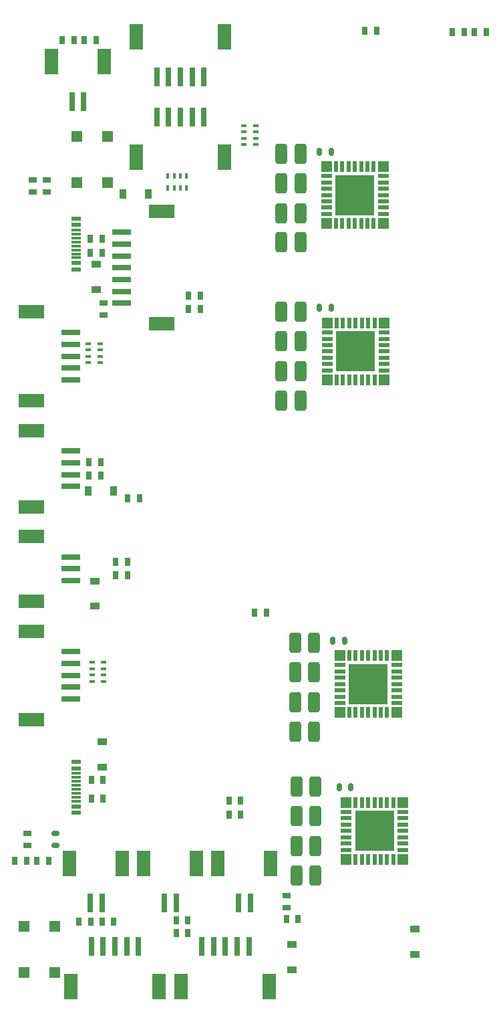
<source format=gtp>
G04*
G04 #@! TF.GenerationSoftware,Altium Limited,Altium Designer,21.8.1 (53)*
G04*
G04 Layer_Color=8421504*
%FSLAX44Y44*%
%MOMM*%
G71*
G04*
G04 #@! TF.SameCoordinates,C657CB42-8F9E-4DD2-80ED-FFB10F84DBA6*
G04*
G04*
G04 #@! TF.FilePolarity,Positive*
G04*
G01*
G75*
%ADD17R,2.4000X0.8000*%
%ADD18R,3.3000X1.8000*%
G04:AMPARAMS|DCode=19|XSize=0.4mm|YSize=0.7mm|CornerRadius=0.1mm|HoleSize=0mm|Usage=FLASHONLY|Rotation=90.000|XOffset=0mm|YOffset=0mm|HoleType=Round|Shape=RoundedRectangle|*
%AMROUNDEDRECTD19*
21,1,0.4000,0.5000,0,0,90.0*
21,1,0.2000,0.7000,0,0,90.0*
1,1,0.2000,0.2500,0.1000*
1,1,0.2000,0.2500,-0.1000*
1,1,0.2000,-0.2500,-0.1000*
1,1,0.2000,-0.2500,0.1000*
%
%ADD19ROUNDEDRECTD19*%
%ADD20R,0.7000X1.0000*%
G04:AMPARAMS|DCode=21|XSize=1.5mm|YSize=2.6mm|CornerRadius=0.375mm|HoleSize=0mm|Usage=FLASHONLY|Rotation=0.000|XOffset=0mm|YOffset=0mm|HoleType=Round|Shape=RoundedRectangle|*
%AMROUNDEDRECTD21*
21,1,1.5000,1.8500,0,0,0.0*
21,1,0.7500,2.6000,0,0,0.0*
1,1,0.7500,0.3750,-0.9250*
1,1,0.7500,-0.3750,-0.9250*
1,1,0.7500,-0.3750,0.9250*
1,1,0.7500,0.3750,0.9250*
%
%ADD21ROUNDEDRECTD21*%
G04:AMPARAMS|DCode=22|XSize=0.7mm|YSize=1mm|CornerRadius=0.175mm|HoleSize=0mm|Usage=FLASHONLY|Rotation=0.000|XOffset=0mm|YOffset=0mm|HoleType=Round|Shape=RoundedRectangle|*
%AMROUNDEDRECTD22*
21,1,0.7000,0.6500,0,0,0.0*
21,1,0.3500,1.0000,0,0,0.0*
1,1,0.3500,0.1750,-0.3250*
1,1,0.3500,-0.1750,-0.3250*
1,1,0.3500,-0.1750,0.3250*
1,1,0.3500,0.1750,0.3250*
%
%ADD22ROUNDEDRECTD22*%
G04:AMPARAMS|DCode=23|XSize=0.7mm|YSize=1mm|CornerRadius=0.175mm|HoleSize=0mm|Usage=FLASHONLY|Rotation=270.000|XOffset=0mm|YOffset=0mm|HoleType=Round|Shape=RoundedRectangle|*
%AMROUNDEDRECTD23*
21,1,0.7000,0.6500,0,0,270.0*
21,1,0.3500,1.0000,0,0,270.0*
1,1,0.3500,-0.3250,-0.1750*
1,1,0.3500,-0.3250,0.1750*
1,1,0.3500,0.3250,0.1750*
1,1,0.3500,0.3250,-0.1750*
%
%ADD23ROUNDEDRECTD23*%
%ADD24R,1.8000X3.3000*%
%ADD25R,0.8000X2.4000*%
%ADD26R,1.1500X0.3000*%
%ADD27R,1.1500X0.6000*%
%ADD28R,0.9000X1.2000*%
%ADD29R,1.2000X0.9000*%
%ADD30R,1.0000X0.7000*%
%ADD31R,1.4000X1.4000*%
G04:AMPARAMS|DCode=32|XSize=0.4mm|YSize=0.7mm|CornerRadius=0.1mm|HoleSize=0mm|Usage=FLASHONLY|Rotation=180.000|XOffset=0mm|YOffset=0mm|HoleType=Round|Shape=RoundedRectangle|*
%AMROUNDEDRECTD32*
21,1,0.4000,0.5000,0,0,180.0*
21,1,0.2000,0.7000,0,0,180.0*
1,1,0.2000,-0.1000,0.2500*
1,1,0.2000,0.1000,0.2500*
1,1,0.2000,0.1000,-0.2500*
1,1,0.2000,-0.1000,-0.2500*
%
%ADD32ROUNDEDRECTD32*%
%ADD33R,0.6000X1.4000*%
%ADD34R,1.4000X0.6000*%
%ADD35R,1.4000X1.4000*%
%ADD36R,5.0000X5.2000*%
D17*
X89500Y847000D02*
D03*
Y862000D02*
D03*
Y817000D02*
D03*
Y832000D02*
D03*
Y802000D02*
D03*
X153500Y959000D02*
D03*
Y929000D02*
D03*
Y944000D02*
D03*
Y989000D02*
D03*
Y974000D02*
D03*
Y899000D02*
D03*
Y914000D02*
D03*
X89500Y548000D02*
D03*
Y563000D02*
D03*
Y578000D02*
D03*
Y712000D02*
D03*
Y697000D02*
D03*
Y682000D02*
D03*
Y667000D02*
D03*
Y458000D02*
D03*
Y443000D02*
D03*
Y428000D02*
D03*
Y398000D02*
D03*
Y413000D02*
D03*
D18*
X39000Y888000D02*
D03*
Y776000D02*
D03*
X204000Y1015000D02*
D03*
Y873000D02*
D03*
X39000Y522000D02*
D03*
Y604000D02*
D03*
Y738000D02*
D03*
Y641000D02*
D03*
Y484000D02*
D03*
Y372000D02*
D03*
D19*
X131000Y444500D02*
D03*
Y436500D02*
D03*
Y428500D02*
D03*
Y420500D02*
D03*
X116000Y436500D02*
D03*
Y444500D02*
D03*
Y428500D02*
D03*
Y420500D02*
D03*
X323500Y1124000D02*
D03*
Y1116000D02*
D03*
Y1108000D02*
D03*
Y1100000D02*
D03*
X308500Y1124000D02*
D03*
Y1116000D02*
D03*
Y1108000D02*
D03*
Y1100000D02*
D03*
X126000Y848000D02*
D03*
Y840000D02*
D03*
Y832000D02*
D03*
Y824000D02*
D03*
X111000Y848000D02*
D03*
Y840000D02*
D03*
Y832000D02*
D03*
Y824000D02*
D03*
D20*
X304500Y269000D02*
D03*
X289500D02*
D03*
X304500Y252000D02*
D03*
X289500D02*
D03*
X160750Y571500D02*
D03*
X145750D02*
D03*
X572500Y1242000D02*
D03*
X587500D02*
D03*
X253000Y892000D02*
D03*
X238000D02*
D03*
X18000Y193000D02*
D03*
X33000D02*
D03*
X160750Y554500D02*
D03*
X145750D02*
D03*
X615750Y1242000D02*
D03*
X600750D02*
D03*
X253000Y909000D02*
D03*
X238000D02*
D03*
X336900Y507000D02*
D03*
X321900D02*
D03*
X176000Y652250D02*
D03*
X161000D02*
D03*
X462000Y1244000D02*
D03*
X477000D02*
D03*
X222500Y102000D02*
D03*
X237500D02*
D03*
X222500Y118000D02*
D03*
X237500D02*
D03*
X114500Y116500D02*
D03*
X99500D02*
D03*
X128500D02*
D03*
X143500D02*
D03*
X362250Y119250D02*
D03*
X377250D02*
D03*
X106000Y1232000D02*
D03*
X121000D02*
D03*
X93250D02*
D03*
X78250D02*
D03*
X112000Y698000D02*
D03*
X127000D02*
D03*
X112000Y681000D02*
D03*
X127000D02*
D03*
X128750Y962500D02*
D03*
X113750D02*
D03*
X128750Y980250D02*
D03*
X113750D02*
D03*
X61000Y193000D02*
D03*
X46000D02*
D03*
X130000Y272250D02*
D03*
X115000D02*
D03*
X130000Y295250D02*
D03*
X115000D02*
D03*
D21*
X375000Y250000D02*
D03*
X399000D02*
D03*
X356000Y813000D02*
D03*
X380000D02*
D03*
X375000Y287000D02*
D03*
X399000D02*
D03*
X356000Y776000D02*
D03*
X380000D02*
D03*
X375000Y175000D02*
D03*
X399000D02*
D03*
X356000Y851000D02*
D03*
X380000D02*
D03*
X375000Y212000D02*
D03*
X399000D02*
D03*
X356000Y888000D02*
D03*
X380000D02*
D03*
X373200Y394000D02*
D03*
X397200D02*
D03*
X356000Y1051000D02*
D03*
X380000D02*
D03*
X373200Y357000D02*
D03*
X397200D02*
D03*
X356000Y1088000D02*
D03*
X380000D02*
D03*
X373200Y432000D02*
D03*
X397200D02*
D03*
X356000Y1013000D02*
D03*
X380000D02*
D03*
X373200Y469000D02*
D03*
X397200D02*
D03*
X356000Y976000D02*
D03*
X380000D02*
D03*
D22*
X444150Y286000D02*
D03*
X429150D02*
D03*
X419150Y893000D02*
D03*
X404150D02*
D03*
X421150Y472000D02*
D03*
X436150D02*
D03*
X404150Y1091000D02*
D03*
X419150D02*
D03*
D23*
X69551Y212722D02*
D03*
Y227722D02*
D03*
D24*
X248500Y190000D02*
D03*
X181500D02*
D03*
X154500D02*
D03*
X87500D02*
D03*
X342500D02*
D03*
X275500D02*
D03*
X131500Y1205000D02*
D03*
X64500D02*
D03*
X284000Y1236000D02*
D03*
X172000D02*
D03*
Y1084000D02*
D03*
X284000D02*
D03*
X89000Y34000D02*
D03*
X201000D02*
D03*
X229000D02*
D03*
X341000D02*
D03*
D25*
X207500Y139500D02*
D03*
X222500D02*
D03*
X113500D02*
D03*
X128500D02*
D03*
X301500D02*
D03*
X316500D02*
D03*
X90500Y1154500D02*
D03*
X105500D02*
D03*
X258000Y1185500D02*
D03*
X243000D02*
D03*
X228000D02*
D03*
X198000D02*
D03*
X213000D02*
D03*
X198000Y1134500D02*
D03*
X213000D02*
D03*
X228000D02*
D03*
X258000D02*
D03*
X243000D02*
D03*
X115000Y84500D02*
D03*
X130000D02*
D03*
X145000D02*
D03*
X175000D02*
D03*
X160000D02*
D03*
X255000D02*
D03*
X270000D02*
D03*
X285000D02*
D03*
X315000D02*
D03*
X300000D02*
D03*
D26*
X95800Y961550D02*
D03*
Y971550D02*
D03*
Y976550D02*
D03*
Y986550D02*
D03*
Y956550D02*
D03*
Y991550D02*
D03*
Y966550D02*
D03*
Y981550D02*
D03*
Y273700D02*
D03*
Y283700D02*
D03*
Y288700D02*
D03*
Y298700D02*
D03*
Y268700D02*
D03*
Y303700D02*
D03*
Y278700D02*
D03*
Y293700D02*
D03*
D27*
Y1006050D02*
D03*
Y942050D02*
D03*
Y950050D02*
D03*
Y998050D02*
D03*
Y318200D02*
D03*
Y254200D02*
D03*
Y262200D02*
D03*
Y310200D02*
D03*
D28*
X155000Y1037000D02*
D03*
X187000D02*
D03*
X143000Y661000D02*
D03*
X111000D02*
D03*
D29*
X525000Y75000D02*
D03*
Y107000D02*
D03*
X369500Y87250D02*
D03*
Y55250D02*
D03*
X119250Y515500D02*
D03*
Y547500D02*
D03*
X121000Y948500D02*
D03*
Y916500D02*
D03*
X129000Y311784D02*
D03*
Y343784D02*
D03*
D30*
X41250Y1055000D02*
D03*
Y1040000D02*
D03*
X131000Y899000D02*
D03*
Y884000D02*
D03*
X362250Y134000D02*
D03*
Y149000D02*
D03*
X58250Y1055000D02*
D03*
Y1040000D02*
D03*
X34000Y212750D02*
D03*
Y227750D02*
D03*
D31*
X68500Y52000D02*
D03*
Y110000D02*
D03*
X29500Y52000D02*
D03*
Y110000D02*
D03*
X135500Y1052000D02*
D03*
Y1110000D02*
D03*
X96500Y1052000D02*
D03*
Y1110000D02*
D03*
X510000Y267000D02*
D03*
X438000Y195000D02*
D03*
Y267000D02*
D03*
X486000Y874000D02*
D03*
X414000Y802000D02*
D03*
Y874000D02*
D03*
X502000Y453000D02*
D03*
X430000Y381000D02*
D03*
Y453000D02*
D03*
X485000Y1072000D02*
D03*
X413000Y1000000D02*
D03*
Y1072000D02*
D03*
D32*
X212000Y1060250D02*
D03*
X220000D02*
D03*
X228000D02*
D03*
X236000D02*
D03*
X212000Y1045250D02*
D03*
X220000D02*
D03*
X228000D02*
D03*
X236000D02*
D03*
D33*
X450000Y267000D02*
D03*
X458000D02*
D03*
X466000D02*
D03*
X474000D02*
D03*
X482000D02*
D03*
X490000D02*
D03*
X498000D02*
D03*
Y195000D02*
D03*
X490000D02*
D03*
X482000D02*
D03*
X474000D02*
D03*
X466000D02*
D03*
X458000D02*
D03*
X450000D02*
D03*
X426000Y874000D02*
D03*
X434000D02*
D03*
X442000D02*
D03*
X450000D02*
D03*
X458000D02*
D03*
X466000D02*
D03*
X474000D02*
D03*
Y802000D02*
D03*
X466000D02*
D03*
X458000D02*
D03*
X450000D02*
D03*
X442000D02*
D03*
X434000D02*
D03*
X426000D02*
D03*
X442000Y453000D02*
D03*
X450000D02*
D03*
X458000D02*
D03*
X466000D02*
D03*
X474000D02*
D03*
X482000D02*
D03*
X490000D02*
D03*
Y381000D02*
D03*
X482000D02*
D03*
X474000D02*
D03*
X466000D02*
D03*
X458000D02*
D03*
X450000D02*
D03*
X442000D02*
D03*
X425000Y1072000D02*
D03*
X433000D02*
D03*
X441000D02*
D03*
X449000D02*
D03*
X457000D02*
D03*
X465000D02*
D03*
X473000D02*
D03*
Y1000000D02*
D03*
X465000D02*
D03*
X457000D02*
D03*
X449000D02*
D03*
X441000D02*
D03*
X433000D02*
D03*
X425000D02*
D03*
D34*
X510000Y255000D02*
D03*
Y247000D02*
D03*
Y239000D02*
D03*
Y231000D02*
D03*
Y223000D02*
D03*
Y215000D02*
D03*
Y207000D02*
D03*
X438000D02*
D03*
Y215000D02*
D03*
Y223000D02*
D03*
Y231000D02*
D03*
Y239000D02*
D03*
Y247000D02*
D03*
Y255000D02*
D03*
X486000Y862000D02*
D03*
Y854000D02*
D03*
Y846000D02*
D03*
Y838000D02*
D03*
Y830000D02*
D03*
Y822000D02*
D03*
Y814000D02*
D03*
X414000D02*
D03*
Y822000D02*
D03*
Y830000D02*
D03*
Y838000D02*
D03*
Y846000D02*
D03*
Y854000D02*
D03*
Y862000D02*
D03*
X502000Y441000D02*
D03*
Y433000D02*
D03*
Y425000D02*
D03*
Y417000D02*
D03*
Y409000D02*
D03*
Y401000D02*
D03*
Y393000D02*
D03*
X430000D02*
D03*
Y401000D02*
D03*
Y409000D02*
D03*
Y417000D02*
D03*
Y425000D02*
D03*
Y433000D02*
D03*
Y441000D02*
D03*
X485000Y1060000D02*
D03*
Y1052000D02*
D03*
Y1044000D02*
D03*
Y1036000D02*
D03*
Y1028000D02*
D03*
Y1020000D02*
D03*
Y1012000D02*
D03*
X413000D02*
D03*
Y1020000D02*
D03*
Y1028000D02*
D03*
Y1036000D02*
D03*
Y1044000D02*
D03*
Y1052000D02*
D03*
Y1060000D02*
D03*
D35*
X510000Y195000D02*
D03*
X486000Y802000D02*
D03*
X502000Y381000D02*
D03*
X485000Y1000000D02*
D03*
D36*
X474000Y231000D02*
D03*
X450000Y838000D02*
D03*
X466000Y417000D02*
D03*
X449000Y1036000D02*
D03*
M02*

</source>
